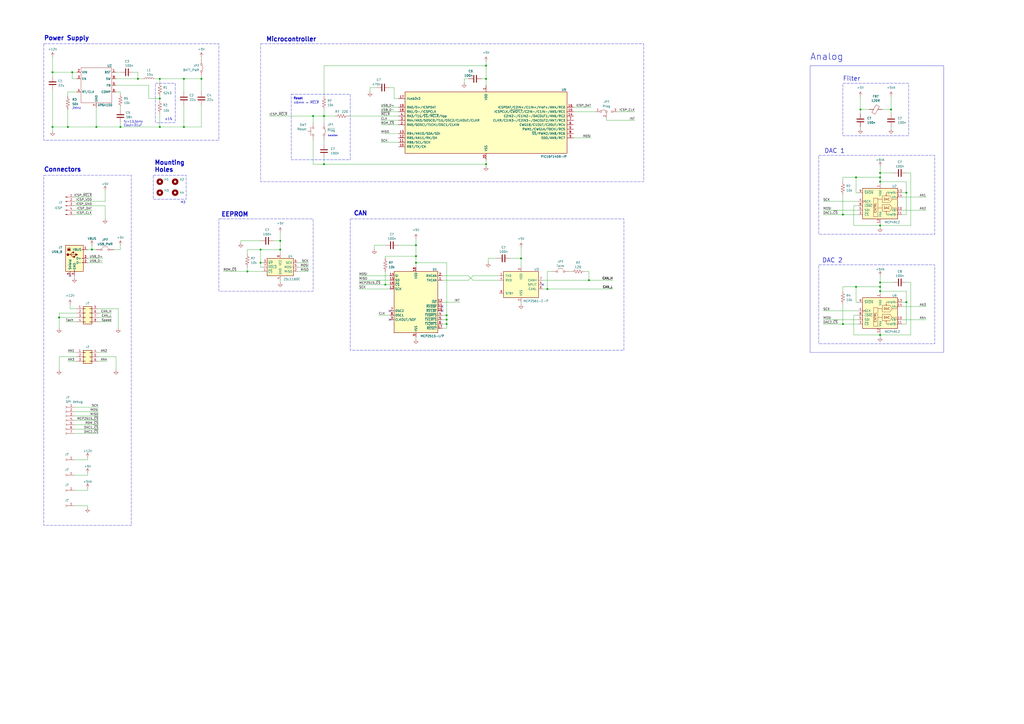
<source format=kicad_sch>
(kicad_sch (version 20250114) (generator "eeschema") (generator_version "9.0")
  (paper "A2")
  (rectangle (start 488.95 48.26) (end 527.05 78.74) (stroke (width 0) (type dash)))
  (rectangle (start 25.4 25.4) (end 127 81.28) (stroke (width 0) (type dash)))
  (rectangle (start 127 127) (end 181.61 168.91) (stroke (width 0) (type dash)))
  (rectangle (start 88.9 101.5999) (end 107.95 115.5699) (stroke (width 0) (type dash)))
  (rectangle (start 90.17 48.26) (end 101.6 71.12) (stroke (width 0) (type dash)))
  (rectangle (start 168.91 54.61) (end 203.2 92.71) (stroke (width 0) (type dash)))
  (rectangle (start 474.98 153.67) (end 542.29 199.39) (stroke (width 0) (type dash)))
  (rectangle (start 203.2 127) (end 361.95 203.2) (stroke (width 0) (type dash)))
  (rectangle (start 25.4 101.6) (end 76.2 304.8) (stroke (width 0) (type dash)))
  (rectangle (start 474.98 90.17) (end 542.29 135.89) (stroke (width 0) (type dash)))
  (rectangle (start 151.13 25.4) (end 373.38 105.41) (stroke (width 0) (type dash)))
  (rectangle (start 469.9 38.1) (end 547.37 204.47))
  (text "Connectors" (at 25.4 98.425 0) (effects (font (size 2.54 2.54) (thickness 0.508) (bold yes)) (justify left)))
  (text "Power Supply" (at 25.4 22.225 0) (effects (font (size 2.54 2.54) (thickness 0.508) (bold yes)) (justify left)))
  (text "CAN" (at 205.105 123.825 0) (effects (font (size 2.54 2.54) (thickness 0.508) (bold yes)) (justify left)))
  (text "2MHz\n" (at 44.45 62.865 0) (effects (font (size 1.27 1.27))))
  (text "±1%" (at 97.79 69.215 0) (effects (font (size 1.27 1.27))))
  (text "Reset" (at 170.18 57.15 0) (effects (font (size 1.27 1.27) (thickness 0.254) (bold yes)) (justify left)))
  (text "fc=13.5kHz\nCout=31uF" (at 71.755 71.755 0) (effects (font (size 1.27 1.27)) (justify left)))
  (text "Mounting\nHoles" (at 89.535 96.5199 0) (effects (font (size 2.54 2.54) (thickness 0.508) (bold yes)) (justify left)))
  (text "Filter\n" (at 494.03 45.72 0) (effects (font (size 2.54 2.54) (thickness 0.254) (bold yes))))
  (text "M3\n" (at 104.775 117.4749 0) (effects (font (size 1.27 1.27)) (justify left)))
  (text "EEPROM" (at 128.27 124.46 0) (effects (font (size 2.54 2.54) (thickness 0.508) (bold yes)) (justify left)))
  (text "≤6mm ↔ ~{MCLR}" (at 170.18 59.69 0) (effects (font (size 1.27 1.27)) (justify left)))
  (text "DAC 1" (at 478.155 87.63 0) (effects (font (size 2.54 2.54) (thickness 0.254) (bold yes)) (justify left)))
  (text "Microcontroller" (at 154.305 22.86 0) (effects (font (size 2.54 2.54) (thickness 0.508) (bold yes)) (justify left)))
  (text "Analog" (at 469.9 33.02 0) (effects (font (size 3.81 3.81) (thickness 0.254) (bold yes)) (justify left)))
  (text "Isolation" (at 193.04 78.74 0) (effects (font (size 0.889 0.889))))
  (text "DAC 2" (at 476.885 151.13 0) (effects (font (size 2.54 2.54) (thickness 0.254) (bold yes)) (justify left)))
  (junction (at 510.54 166.37))
  (junction (at 106.68 45.72))
  (junction (at 510.54 168.91))
  (junction (at 162.56 144.78))
  (junction (at 510.54 100.33))
  (junction (at 55.88 73.66))
  (junction (at 39.37 73.66))
  (junction (at 106.68 73.66))
  (junction (at 259.08 185.42))
  (junction (at 499.11 63.5))
  (junction (at 34.29 184.15))
  (junction (at 496.57 166.37))
  (junction (at 162.56 139.7))
  (junction (at 525.78 111.76))
  (junction (at 488.95 187.96))
  (junction (at 92.71 73.66))
  (junction (at 281.94 38.1))
  (junction (at 116.84 45.72))
  (junction (at 259.08 182.88))
  (junction (at 281.94 45.72))
  (junction (at 53.34 144.78))
  (junction (at 488.95 124.46))
  (junction (at 510.54 130.81))
  (junction (at 281.94 95.25))
  (junction (at 30.48 41.91))
  (junction (at 241.3 142.24))
  (junction (at 516.89 63.5))
  (junction (at 80.01 45.72))
  (junction (at 187.96 67.31))
  (junction (at 510.54 102.87))
  (junction (at 510.54 194.31))
  (junction (at 92.71 57.15))
  (junction (at 525.78 175.26))
  (junction (at 30.48 73.66))
  (junction (at 92.71 45.72))
  (junction (at 241.3 152.4))
  (junction (at 302.26 149.86))
  (junction (at 341.63 162.56))
  (junction (at 151.13 152.4))
  (junction (at 41.91 41.91))
  (junction (at 510.54 163.83))
  (junction (at 143.51 157.48))
  (junction (at 241.3 148.59))
  (junction (at 496.57 102.87))
  (junction (at 223.52 165.1))
  (junction (at 151.13 144.78))
  (junction (at 510.54 105.41))
  (junction (at 69.85 73.66))
  (junction (at 187.96 95.25))
  (junction (at 181.61 67.31))
  (junction (at 259.08 187.96))
  (junction (at 317.5 167.64))
  (no_connect (at 40.64 160.02))
  (no_connect (at 256.54 177.8))
  (no_connect (at 226.06 185.42))
  (no_connect (at 314.96 165.1))
  (no_connect (at 226.06 180.34))
  (no_connect (at 256.54 180.34))
  (wire (pts (xy 256.54 162.56) (xy 271.78 162.56)))
  (wire (pts (xy 187.96 95.25) (xy 187.96 91.44)))
  (wire (pts (xy 241.3 142.24) (xy 241.3 148.59)))
  (wire (pts (xy 50.8 293.37) (xy 50.8 294.64)))
  (wire (pts (xy 44.45 184.15) (xy 34.29 184.15)))
  (wire (pts (xy 57.15 181.61) (xy 64.77 181.61)))
  (wire (pts (xy 106.68 45.72) (xy 116.84 45.72)))
  (wire (pts (xy 495.3 182.88) (xy 497.84 182.88)))
  (wire (pts (xy 317.5 157.48) (xy 320.04 157.48)))
  (wire (pts (xy 44.45 207.01) (xy 34.29 207.01)))
  (wire (pts (xy 259.08 187.96) (xy 259.08 185.42)))
  (wire (pts (xy 495.3 119.38) (xy 497.84 119.38)))
  (wire (pts (xy 187.96 38.1) (xy 281.94 38.1)))
  (wire (pts (xy 256.54 187.96) (xy 259.08 187.96)))
  (wire (pts (xy 44.45 41.91) (xy 41.91 41.91)))
  (wire (pts (xy 332.74 80.01) (xy 342.9 80.01)))
  (wire (pts (xy 314.96 167.64) (xy 317.5 167.64)))
  (wire (pts (xy 53.34 142.24) (xy 53.34 144.78)))
  (wire (pts (xy 510.54 168.91) (xy 510.54 170.18)))
  (wire (pts (xy 241.3 195.58) (xy 241.3 196.85)))
  (wire (pts (xy 60.96 116.84) (xy 60.96 110.49)))
  (wire (pts (xy 67.31 53.34) (xy 69.85 53.34)))
  (wire (pts (xy 80.01 45.72) (xy 82.55 45.72)))
  (wire (pts (xy 50.8 149.86) (xy 59.69 149.86)))
  (wire (pts (xy 152.4 152.4) (xy 151.13 152.4)))
  (wire (pts (xy 288.29 149.86) (xy 283.21 149.86)))
  (wire (pts (xy 496.57 175.26) (xy 496.57 166.37)))
  (wire (pts (xy 488.95 187.96) (xy 497.84 187.96)))
  (wire (pts (xy 143.51 144.78) (xy 151.13 144.78)))
  (wire (pts (xy 92.71 73.66) (xy 106.68 73.66)))
  (wire (pts (xy 187.96 38.1) (xy 187.96 55.88)))
  (wire (pts (xy 351.79 69.85) (xy 368.3 69.85)))
  (wire (pts (xy 523.24 124.46) (xy 525.78 124.46)))
  (wire (pts (xy 44.45 53.34) (xy 39.37 53.34)))
  (wire (pts (xy 477.52 180.34) (xy 497.84 180.34)))
  (wire (pts (xy 510.54 193.04) (xy 510.54 194.31)))
  (wire (pts (xy 516.89 66.04) (xy 516.89 63.5)))
  (wire (pts (xy 259.08 185.42) (xy 259.08 182.88)))
  (wire (pts (xy 510.54 194.31) (xy 510.54 195.58)))
  (wire (pts (xy 525.78 168.91) (xy 510.54 168.91)))
  (wire (pts (xy 69.85 53.34) (xy 69.85 54.61)))
  (wire (pts (xy 66.04 144.78) (xy 69.85 144.78)))
  (wire (pts (xy 223.52 165.1) (xy 223.52 157.48)))
  (wire (pts (xy 57.15 207.01) (xy 67.31 207.01)))
  (wire (pts (xy 34.29 184.15) (xy 34.29 190.5)))
  (wire (pts (xy 44.45 181.61) (xy 34.29 181.61)))
  (wire (pts (xy 43.18 243.84) (xy 57.15 243.84)))
  (wire (pts (xy 220.98 82.55) (xy 231.14 82.55)))
  (wire (pts (xy 495.3 130.81) (xy 510.54 130.81)))
  (wire (pts (xy 523.24 177.8) (xy 537.21 177.8)))
  (wire (pts (xy 528.32 130.81) (xy 510.54 130.81)))
  (wire (pts (xy 208.28 165.1) (xy 223.52 165.1)))
  (wire (pts (xy 43.18 246.38) (xy 57.15 246.38)))
  (wire (pts (xy 497.84 111.76) (xy 496.57 111.76)))
  (wire (pts (xy 523.24 114.3) (xy 537.21 114.3)))
  (wire (pts (xy 30.48 41.91) (xy 30.48 44.45)))
  (wire (pts (xy 220.98 69.85) (xy 231.14 69.85)))
  (wire (pts (xy 208.28 160.02) (xy 226.06 160.02)))
  (wire (pts (xy 525.78 105.41) (xy 525.78 111.76)))
  (wire (pts (xy 496.57 102.87) (xy 510.54 102.87)))
  (wire (pts (xy 496.57 111.76) (xy 496.57 102.87)))
  (wire (pts (xy 525.78 168.91) (xy 525.78 175.26)))
  (wire (pts (xy 219.71 182.88) (xy 226.06 182.88)))
  (wire (pts (xy 477.52 185.42) (xy 497.84 185.42)))
  (wire (pts (xy 39.37 53.34) (xy 39.37 55.88)))
  (wire (pts (xy 499.11 63.5) (xy 504.19 63.5)))
  (wire (pts (xy 92.71 66.04) (xy 92.71 73.66)))
  (wire (pts (xy 57.15 179.07) (xy 68.58 179.07)))
  (wire (pts (xy 143.51 147.32) (xy 143.51 144.78)))
  (wire (pts (xy 332.74 62.23) (xy 342.9 62.23)))
  (wire (pts (xy 281.94 45.72) (xy 279.4 45.72)))
  (wire (pts (xy 281.94 49.53) (xy 281.94 45.72)))
  (wire (pts (xy 241.3 148.59) (xy 241.3 152.4)))
  (wire (pts (xy 156.21 67.31) (xy 181.61 67.31)))
  (wire (pts (xy 510.54 163.83) (xy 510.54 166.37)))
  (wire (pts (xy 68.58 179.07) (xy 68.58 190.5)))
  (wire (pts (xy 495.3 130.81) (xy 495.3 119.38)))
  (wire (pts (xy 523.24 185.42) (xy 537.21 185.42)))
  (wire (pts (xy 39.37 63.5) (xy 39.37 73.66)))
  (wire (pts (xy 50.8 284.48) (xy 50.8 283.21)))
  (wire (pts (xy 43.18 114.3) (xy 53.34 114.3)))
  (wire (pts (xy 217.17 142.24) (xy 217.17 144.78)))
  (wire (pts (xy 92.71 45.72) (xy 92.71 48.26)))
  (wire (pts (xy 57.15 209.55) (xy 62.23 209.55)))
  (wire (pts (xy 510.54 160.02) (xy 510.54 163.83)))
  (wire (pts (xy 528.32 163.83) (xy 528.32 194.31)))
  (wire (pts (xy 60.96 119.38) (xy 60.96 127)))
  (wire (pts (xy 231.14 57.15) (xy 228.6 57.15)))
  (wire (pts (xy 528.32 100.33) (xy 528.32 130.81)))
  (wire (pts (xy 151.13 154.94) (xy 151.13 152.4)))
  (wire (pts (xy 525.78 105.41) (xy 510.54 105.41)))
  (wire (pts (xy 151.13 144.78) (xy 162.56 144.78)))
  (wire (pts (xy 143.51 157.48) (xy 143.51 154.94)))
  (wire (pts (xy 67.31 207.01) (xy 67.31 214.63)))
  (wire (pts (xy 516.89 73.66) (xy 516.89 74.93)))
  (wire (pts (xy 162.56 139.7) (xy 162.56 144.78)))
  (wire (pts (xy 172.72 157.48) (xy 179.07 157.48)))
  (wire (pts (xy 106.68 73.66) (xy 116.84 73.66)))
  (wire (pts (xy 228.6 50.8) (xy 226.06 50.8)))
  (wire (pts (xy 50.8 275.59) (xy 50.8 274.32)))
  (wire (pts (xy 116.84 60.96) (xy 116.84 73.66)))
  (wire (pts (xy 55.88 62.23) (xy 55.88 73.66)))
  (wire (pts (xy 332.74 64.77) (xy 345.44 64.77)))
  (wire (pts (xy 295.91 149.86) (xy 302.26 149.86)))
  (wire (pts (xy 41.91 45.72) (xy 41.91 41.91)))
  (wire (pts (xy 223.52 149.86) (xy 223.52 148.59)))
  (wire (pts (xy 228.6 57.15) (xy 228.6 50.8)))
  (wire (pts (xy 214.63 50.8) (xy 214.63 53.34)))
  (wire (pts (xy 30.48 73.66) (xy 30.48 76.2)))
  (wire (pts (xy 488.95 102.87) (xy 496.57 102.87)))
  (wire (pts (xy 44.45 179.07) (xy 40.64 179.07)))
  (wire (pts (xy 283.21 149.86) (xy 283.21 152.4)))
  (wire (pts (xy 341.63 157.48) (xy 341.63 162.56)))
  (wire (pts (xy 39.37 204.47) (xy 44.45 204.47)))
  (wire (pts (xy 181.61 67.31) (xy 181.61 71.12)))
  (wire (pts (xy 92.71 57.15) (xy 86.36 57.15)))
  (wire (pts (xy 259.08 152.4) (xy 259.08 182.88)))
  (wire (pts (xy 38.1 186.69) (xy 44.45 186.69)))
  (wire (pts (xy 92.71 45.72) (xy 106.68 45.72)))
  (wire (pts (xy 43.18 251.46) (xy 57.15 251.46)))
  (wire (pts (xy 57.15 184.15) (xy 64.77 184.15)))
  (wire (pts (xy 187.96 81.28) (xy 187.96 83.82)))
  (wire (pts (xy 259.08 152.4) (xy 241.3 152.4)))
  (wire (pts (xy 86.36 49.53) (xy 67.31 49.53)))
  (wire (pts (xy 510.54 105.41) (xy 510.54 106.68)))
  (wire (pts (xy 57.15 186.69) (xy 64.77 186.69)))
  (wire (pts (xy 40.64 179.07) (xy 40.64 176.53)))
  (wire (pts (xy 220.98 77.47) (xy 231.14 77.47)))
  (wire (pts (xy 226.06 165.1) (xy 223.52 165.1)))
  (wire (pts (xy 30.48 33.02) (xy 30.48 41.91)))
  (wire (pts (xy 341.63 162.56) (xy 355.6 162.56)))
  (wire (pts (xy 181.61 67.31) (xy 187.96 67.31)))
  (wire (pts (xy 528.32 194.31) (xy 510.54 194.31)))
  (wire (pts (xy 223.52 148.59) (xy 241.3 148.59)))
  (wire (pts (xy 92.71 57.15) (xy 92.71 58.42)))
  (wire (pts (xy 525.78 175.26) (xy 525.78 187.96)))
  (wire (pts (xy 510.54 96.52) (xy 510.54 100.33)))
  (wire (pts (xy 50.8 144.78) (xy 53.34 144.78)))
  (wire (pts (xy 256.54 190.5) (xy 259.08 190.5)))
  (wire (pts (xy 330.2 157.48) (xy 331.47 157.48)))
  (wire (pts (xy 129.54 157.48) (xy 143.51 157.48)))
  (wire (pts (xy 495.3 194.31) (xy 510.54 194.31)))
  (wire (pts (xy 218.44 50.8) (xy 214.63 50.8)))
  (wire (pts (xy 281.94 95.25) (xy 281.94 96.52)))
  (wire (pts (xy 358.14 64.77) (xy 368.3 64.77)))
  (wire (pts (xy 499.11 55.88) (xy 499.11 63.5)))
  (wire (pts (xy 55.88 73.66) (xy 39.37 73.66)))
  (wire (pts (xy 510.54 100.33) (xy 518.16 100.33)))
  (wire (pts (xy 43.18 241.3) (xy 57.15 241.3)))
  (wire (pts (xy 516.89 55.88) (xy 516.89 63.5)))
  (wire (pts (xy 43.18 238.76) (xy 57.15 238.76)))
  (wire (pts (xy 510.54 166.37) (xy 510.54 168.91)))
  (wire (pts (xy 488.95 168.91) (xy 488.95 166.37)))
  (wire (pts (xy 201.93 67.31) (xy 231.14 67.31)))
  (wire (pts (xy 106.68 45.72) (xy 106.68 53.34)))
  (wire (pts (xy 523.24 175.26) (xy 525.78 175.26)))
  (wire (pts (xy 181.61 81.28) (xy 181.61 95.25)))
  (wire (pts (xy 92.71 73.66) (xy 69.85 73.66)))
  (wire (pts (xy 43.18 275.59) (xy 50.8 275.59)))
  (wire (pts (xy 488.95 166.37) (xy 496.57 166.37)))
  (wire (pts (xy 220.98 64.77) (xy 231.14 64.77)))
  (wire (pts (xy 488.95 124.46) (xy 497.84 124.46)))
  (wire (pts (xy 69.85 62.23) (xy 69.85 63.5)))
  (wire (pts (xy 172.72 154.94) (xy 179.07 154.94)))
  (wire (pts (xy 510.54 102.87) (xy 510.54 105.41)))
  (wire (pts (xy 57.15 204.47) (xy 62.23 204.47)))
  (wire (pts (xy 44.45 45.72) (xy 41.91 45.72)))
  (wire (pts (xy 496.57 166.37) (xy 510.54 166.37)))
  (wire (pts (xy 77.47 41.91) (xy 80.01 41.91)))
  (wire (pts (xy 274.32 160.02) (xy 271.78 162.56)))
  (wire (pts (xy 39.37 209.55) (xy 44.45 209.55)))
  (wire (pts (xy 90.17 45.72) (xy 92.71 45.72)))
  (wire (pts (xy 488.95 113.03) (xy 488.95 124.46)))
  (wire (pts (xy 269.24 45.72) (xy 271.78 45.72)))
  (wire (pts (xy 162.56 162.56) (xy 162.56 163.83)))
  (wire (pts (xy 34.29 207.01) (xy 34.29 214.63)))
  (wire (pts (xy 256.54 182.88) (xy 259.08 182.88)))
  (wire (pts (xy 162.56 144.78) (xy 162.56 147.32)))
  (wire (pts (xy 151.13 144.78) (xy 151.13 152.4)))
  (wire (pts (xy 510.54 130.81) (xy 510.54 132.08)))
  (wire (pts (xy 339.09 157.48) (xy 341.63 157.48)))
  (wire (pts (xy 92.71 55.88) (xy 92.71 57.15)))
  (wire (pts (xy 281.94 92.71) (xy 281.94 95.25)))
  (wire (pts (xy 116.84 45.72) (xy 116.84 53.34)))
  (wire (pts (xy 477.52 187.96) (xy 488.95 187.96)))
  (wire (pts (xy 67.31 45.72) (xy 80.01 45.72)))
  (wire (pts (xy 43.18 248.92) (xy 57.15 248.92)))
  (wire (pts (xy 495.3 194.31) (xy 495.3 182.88)))
  (wire (pts (xy 34.29 181.61) (xy 34.29 184.15)))
  (wire (pts (xy 317.5 167.64) (xy 317.5 157.48)))
  (wire (pts (xy 80.01 41.91) (xy 80.01 45.72)))
  (wire (pts (xy 208.28 167.64) (xy 226.06 167.64)))
  (wire (pts (xy 50.8 266.7) (xy 50.8 265.43)))
  (wire (pts (xy 43.18 284.48) (xy 50.8 284.48)))
  (wire (pts (xy 69.85 73.66) (xy 55.88 73.66)))
  (wire (pts (xy 158.75 139.7) (xy 162.56 139.7)))
  (wire (pts (xy 220.98 72.39) (xy 231.14 72.39)))
  (wire (pts (xy 67.31 41.91) (xy 69.85 41.91)))
  (wire (pts (xy 162.56 134.62) (xy 162.56 139.7)))
  (wire (pts (xy 187.96 95.25) (xy 281.94 95.25)))
  (wire (pts (xy 69.85 71.12) (xy 69.85 73.66)))
  (wire (pts (xy 525.78 100.33) (xy 528.32 100.33)))
  (wire (pts (xy 223.52 142.24) (xy 217.17 142.24)))
  (wire (pts (xy 241.3 138.43) (xy 241.3 142.24)))
  (wire (pts (xy 510.54 100.33) (xy 510.54 102.87)))
  (wire (pts (xy 43.18 116.84) (xy 60.96 116.84)))
  (wire (pts (xy 187.96 67.31) (xy 194.31 67.31)))
  (wire (pts (xy 523.24 111.76) (xy 525.78 111.76)))
  (wire (pts (xy 314.96 162.56) (xy 341.63 162.56)))
  (wire (pts (xy 50.8 152.4) (xy 59.69 152.4)))
  (wire (pts (xy 30.48 52.07) (xy 30.48 73.66)))
  (wire (pts (xy 43.18 119.38) (xy 60.96 119.38)))
  (wire (pts (xy 187.96 67.31) (xy 187.96 71.12)))
  (wire (pts (xy 499.11 73.66) (xy 499.11 74.93)))
  (wire (pts (xy 241.3 152.4) (xy 241.3 154.94)))
  (wire (pts (xy 181.61 95.25) (xy 187.96 95.25)))
  (wire (pts (xy 172.72 152.4) (xy 179.07 152.4)))
  (wire (pts (xy 106.68 60.96) (xy 106.68 73.66)))
  (wire (pts (xy 116.84 44.45) (xy 116.84 45.72)))
  (wire (pts (xy 41.91 41.91) (xy 30.48 41.91)))
  (wire (pts (xy 43.18 124.46) (xy 53.34 124.46)))
  (wire (pts (xy 43.18 160.02) (xy 43.18 161.29)))
  (wire (pts (xy 152.4 154.94) (xy 151.13 154.94)))
  (wire (pts (xy 43.18 293.37) (xy 50.8 293.37)))
  (wire (pts (xy 523.24 121.92) (xy 537.21 121.92)))
  (wire (pts (xy 231.14 142.24) (xy 241.3 142.24)))
  (wire (pts (xy 516.89 63.5) (xy 511.81 63.5)))
  (wire (pts (xy 256.54 160.02) (xy 271.78 160.02)))
  (wire (pts (xy 488.95 105.41) (xy 488.95 102.87)))
  (wire (pts (xy 488.95 176.53) (xy 488.95 187.96)))
  (wire (pts (xy 269.24 48.26) (xy 269.24 45.72)))
  (wire (pts (xy 499.11 63.5) (xy 499.11 66.04)))
  (wire (pts (xy 302.26 175.26) (xy 302.26 176.53)))
  (wire (pts (xy 523.24 187.96) (xy 525.78 187.96)))
  (wire (pts (xy 43.18 236.22) (xy 57.15 236.22)))
  (wire (pts (xy 477.52 124.46) (xy 488.95 124.46)))
  (wire (pts (xy 139.7 139.7) (xy 139.7 140.97)))
  (wire (pts (xy 86.36 57.15) (xy 86.36 49.53)))
  (wire (pts (xy 139.7 139.7) (xy 151.13 139.7)))
  (wire (pts (xy 497.84 175.26) (xy 496.57 175.26)))
  (wire (pts (xy 351.79 68.58) (xy 351.79 69.85)))
  (wire (pts (xy 281.94 38.1) (xy 281.94 45.72)))
  (wire (pts (xy 302.26 143.51) (xy 302.26 149.86)))
  (wire (pts (xy 152.4 157.48) (xy 143.51 157.48)))
  (wire (pts (xy 259.08 190.5) (xy 259.08 187.96)))
  (wire (pts (xy 39.37 73.66) (xy 30.48 73.66)))
  (wire (pts (xy 525.78 163.83) (xy 528.32 163.83)))
  (wire (pts (xy 510.54 163.83) (xy 518.16 163.83)))
  (wire (pts (xy 53.34 144.78) (xy 55.88 144.78)))
  (wire (pts (xy 116.84 33.02) (xy 116.84 34.29)))
  (wire (pts (xy 477.52 121.92) (xy 497.84 121.92)))
  (wire (pts (xy 281.94 35.56) (xy 281.94 38.1)))
  (wire (pts (xy 317.5 167.64) (xy 355.6 167.64)))
  (wire (pts (xy 256.54 175.26) (xy 266.7 175.26)))
  (wire (pts (xy 256.54 185.42) (xy 259.08 185.42)))
  (wire (pts (xy 510.54 129.54) (xy 510.54 130.81)))
  (wire (pts (xy 43.18 266.7) (xy 50.8 266.7)))
  (wire (pts (xy 220.98 62.23) (xy 231.14 62.23)))
  (wire (pts (xy 274.32 162.56) (xy 289.56 162.56)))
  (wire (pts (xy 477.52 116.84) (xy 497.84 116.84)))
  (wire (pts (xy 208.28 162.56) (xy 226.06 162.56)))
  (wire (pts (xy 274.32 160.02) (xy 289.56 160.02)))
  (wire (pts (xy 69.85 144.78) (xy 69.85 142.24)))
  (wire (pts (xy 271.78 160.02) (xy 274.32 162.56)))
  (wire (pts (xy 525.78 111.76) (xy 525.78 124.46)))
  (wire (pts (xy 187.96 63.5) (xy 187.96 67.31)))
  (wire (pts (xy 43.18 121.92) (xy 53.34 121.92)))
  (wire (pts (xy 302.26 149.86) (xy 302.26 154.94)))
  (label "DAC1_~{CS}" (at 477.52 124.46 0))
  (label "MISO" (at 57.15 241.3 180))
  (label "CAN_H" (at 355.6 162.56 180) (effects (font (thickness 0.254) (bold yes))))
  (label "SCK" (at 179.07 152.4 180) (effects (font (thickness 0.1588))))
  (label "Speed" (at 64.77 186.69 180) (effects (font (thickness 0.1588))))
  (label "CLK" (at 220.98 69.85 0))
  (label "MOSI" (at 342.9 80.01 180) (effects (font (thickness 0.1588))))
  (label "ICSP_DAT" (at 342.9 62.23 180))
  (label "CAN_L" (at 64.77 184.15 180))
  (label "ROM_~{CS}" (at 129.54 157.48 0) (effects (font (thickness 0.1588))))
  (label "MOSI" (at 208.28 160.02 0) (effects (font (thickness 0.1588))))
  (label "AN3" (at 39.37 209.55 0) (effects (font (thickness 0.1588))))
  (label "AN1" (at 537.21 114.3 180))
  (label "MCP2515_~{CS}" (at 57.15 243.84 180))
  (label "INT" (at 368.3 69.85 180))
  (label "CLK" (at 219.71 182.88 0))
  (label "MISO" (at 179.07 157.48 180) (effects (font (thickness 0.1588))))
  (label "INT" (at 266.7 175.26 180) (effects (font (thickness 0.1588))))
  (label "MOSI" (at 179.07 154.94 180) (effects (font (thickness 0.1588))))
  (label "ICSP_CLK" (at 53.34 124.46 180))
  (label "AN2" (at 62.23 204.47 180) (effects (font (thickness 0.1588))))
  (label "SCK" (at 220.98 82.55 0) (effects (font (thickness 0.1588))))
  (label "Tach" (at 38.1 186.69 0) (effects (font (thickness 0.1588))))
  (label "MCP2515_~{CS}" (at 208.28 165.1 0) (effects (font (thickness 0.1588))))
  (label "ICSP_CLK" (at 368.3 64.77 180))
  (label "USB_D+" (at 220.98 62.23 0))
  (label "SCK" (at 477.52 180.34 0) (effects (font (thickness 0.1588))))
  (label "ROM_~{CS}" (at 57.15 246.38 180))
  (label "AN1" (at 39.37 204.47 0) (effects (font (thickness 0.1588))))
  (label "USB_D-" (at 220.98 64.77 0))
  (label "SCK" (at 57.15 236.22 180))
  (label "AN4" (at 62.23 209.55 180) (effects (font (thickness 0.1588))))
  (label "MOSI" (at 477.52 121.92 0))
  (label "AN4" (at 537.21 185.42 180))
  (label "MISO" (at 208.28 162.56 0) (effects (font (thickness 0.1588))))
  (label "DAC1_~{CS}" (at 57.15 248.92 180))
  (label "MOSI" (at 57.15 238.76 180))
  (label "~{MCLR}" (at 220.98 67.31 0))
  (label "AN3" (at 537.21 177.8 180))
  (label "DAC2_~{CS}" (at 57.15 251.46 180))
  (label "USB_D-" (at 59.69 152.4 180))
  (label "ICSP_VDD" (at 53.34 116.84 180))
  (label "AN2" (at 537.21 121.92 180))
  (label "USB_D+" (at 59.69 149.86 180))
  (label "SCK" (at 208.28 167.64 0) (effects (font (thickness 0.1588))))
  (label "ICSP_GND" (at 53.34 119.38 180))
  (label "ROM_~{CS}" (at 220.98 72.39 0))
  (label "ICSP_DAT" (at 53.34 121.92 180))
  (label "ICSP_~{MCLR}" (at 53.34 114.3 180))
  (label "MISO" (at 220.98 77.47 0) (effects (font (thickness 0.1588))))
  (label "ICSP_~{MCLR}" (at 156.21 67.31 0))
  (label "MOSI" (at 477.52 185.42 0))
  (label "CAN_L" (at 355.6 167.64 180) (effects (font (thickness 0.254) (bold yes))))
  (label "SCK" (at 477.52 116.84 0) (effects (font (thickness 0.1588))))
  (label "DAC2_~{CS}" (at 477.52 187.96 0))
  (label "CAN_H" (at 64.77 181.61 180) (effects (font (thickness 0.1588))))
  (symbol (lib_id "power:GND") (at 241.3 196.85 0) (unit 1)
    (property "Reference" "#PWR028" (effects (hide yes)))
    (property "Value" "GND" (effects (hide yes)))
    (property "Description" "Power symbol creates a global label with name \"GND\" , ground" (effects (hide yes)))
  )
  (symbol (lib_id "Connector:USB_B") (at 43.18 149.86 0) (unit 1)
    (property "Reference" "J?" (at 36.195 143.51 0) (effects (justify right)))
    (property "Value" "USB_B" (at 36.195 146.05 0) (effects (justify right)))
    (property "Description" "USB Type B connector" (effects (hide yes)))
  )
  (symbol (lib_id "power:GND") (at 50.8 294.64 0) (unit 1)
    (property "Reference" "#PWR039" (effects (hide yes)))
    (property "Value" "GND" (effects (hide yes)))
    (property "Description" "Power symbol creates a global label with name \"GND\" , ground" (effects (hide yes)))
  )
  (symbol (lib_id "Jumper:Jumper_2_Bridged") (at 116.84 39.37 270) (mirror x) (unit 1)
    (property "Reference" "JP?" (at 115.57 38.0999 90) (effects (justify right)))
    (property "Value" "BATT_PWR" (at 115.57 40.6399 90) (effects (justify right)))
    (property "Description" "Jumper, 2-pole, closed/bridged" (effects (hide yes)))
  )
  (symbol (lib_id "power:+12V") (at 40.64 176.53 0) (unit 1)
    (property "Reference" "#PWR029" (effects (hide yes)))
    (property "Value" "+12V" (at 40.64 171.45 0))
    (property "Description" "Power symbol creates a global label with name \"+12V\"" (effects (hide yes)))
  )
  (symbol (lib_id "power:GND") (at 68.58 190.5 0) (unit 1)
    (property "Reference" "#PWR033" (effects (hide yes)))
    (property "Value" "GND" (effects (hide yes)))
    (property "Description" "Power symbol creates a global label with name \"GND\" , ground" (effects (hide yes)))
  )
  (symbol (lib_id "Device:C") (at 154.94 139.7 90) (unit 1)
    (property "Reference" "C?" (at 154.94 133.35 90))
    (property "Value" "100n" (at 154.94 135.89 90))
    (property "Description" "Unpolarized capacitor" (effects (hide yes)))
  )
  (symbol (lib_id "Jumper:Jumper_2_Bridged") (at 187.96 76.2 270) (mirror x) (unit 1)
    (property "Reference" "JP?" (at 189.865 72.39 90) (effects (justify left)))
    (property "Value" "~{Prog}" (at 189.865 75.565 90) (effects (justify left)))
    (property "Description" "Jumper, 2-pole, closed/bridged" (effects (hide yes)))
  )
  (symbol (lib_id "Device:C") (at 292.1 149.86 90) (unit 1)
    (property "Reference" "C?" (at 292.1 143.51 90))
    (property "Value" "100n" (at 292.1 146.05 90))
    (property "Description" "Unpolarized capacitor" (effects (hide yes)))
  )
  (symbol (lib_id "Device:C") (at 106.68 57.15 180) (unit 1)
    (property "Reference" "C2" (at 111.125 55.245 0))
    (property "Value" "22u" (at 111.76 57.785 0))
    (property "Description" "Unpolarized capacitor" (effects (hide yes)))
  )
  (symbol (lib_id "Device:C") (at 30.48 48.26 0) (unit 1)
    (property "Reference" "C1" (at 34.925 46.99 0))
    (property "Value" "22u" (at 35.56 49.53 0))
    (property "Description" "Unpolarized capacitor" (effects (hide yes)))
  )
  (symbol (lib_id "Memory_EEPROM:25LCxxx") (at 162.56 154.94 0) (unit 1)
    (property "Reference" "U4" (at 167.005 148.59 0) (effects (justify left)))
    (property "Value" "25LC160C" (at 164.465 161.925 0) (effects (justify left)))
    (property "Datasheet" "http://ww1.microchip.com/downloads/en/DeviceDoc/21832H.pdf" (effects (hide yes)))
    (property "Description" "SPI Serial EEPROM, DIP-8/SOIC-8/TSSOP-8" (effects (hide yes)))
  )
  (symbol (lib_id "Jumper:Jumper_3_Bridged12") (at 351.79 64.77 0) (unit 1) (in_bom no)
    (property "Reference" "JP?" (at 351.79 59.055 0))
    (property "Value" "Prog" (at 351.79 61.595 0))
    (property "Description" "Jumper, 3-pole, pins 1+2 closed/bridged" (effects (hide yes)))
  )
  (symbol (lib_id "power:GND") (at 510.54 132.08 0) (unit 1)
    (property "Reference" "#PWR017" (effects (hide yes)))
    (property "Value" "GND" (effects (hide yes)))
    (property "Description" "Power symbol creates a global label with name \"GND\" , ground" (effects (hide yes)))
  )
  (symbol (lib_id "power:GND") (at 510.54 195.58 0) (unit 1)
    (property "Reference" "#PWR019" (effects (hide yes)))
    (property "Value" "GND" (effects (hide yes)))
    (property "Description" "Power symbol creates a global label with name \"GND\" , ground" (effects (hide yes)))
  )
  (symbol (lib_id "power:GND") (at 281.94 96.52 0) (unit 1)
    (property "Reference" "#PWR01" (effects (hide yes)))
    (property "Value" "GND" (effects (hide yes)))
    (property "Description" "Power symbol creates a global label with name \"GND\" , ground" (effects (hide yes)))
  )
  (symbol (lib_id "Device:R_US") (at 223.52 153.67 0) (unit 1)
    (property "Reference" "R?" (at 225.425 152.4 0) (effects (justify left)))
    (property "Value" "10k" (at 225.425 154.94 0) (effects (justify left)))
    (property "Description" "Resistor, US symbol" (effects (hide yes)))
  )
  (symbol (lib_id "Device:R_US") (at 143.51 151.13 0) (unit 1)
    (property "Reference" "R?" (at 145.415 149.86 0) (effects (justify left)))
    (property "Value" "10k" (at 145.415 152.4 0) (effects (justify left)))
    (property "Description" "Resistor, US symbol" (effects (hide yes)))
  )
  (symbol (lib_id "Mechanical:MountingHole") (at 92.71 105.4099 0) (unit 1) (exclude_from_sim yes) (in_bom no)
    (property "Reference" "H1" (at 95.25 104.1398 0) (effects (justify left)))
    (property "Value" "MountingHole" (effects (hide yes)))
    (property "Footprint" "MountingHole:MountingHole_3.2mm_M3_DIN965" (effects (hide yes)))
    (property "Description" "Mounting Hole without connection" (effects (hide yes)))
  )
  (symbol (lib_id "power:GND") (at 67.31 214.63 0) (unit 1)
    (property "Reference" "#PWR035" (effects (hide yes)))
    (property "Value" "GND" (effects (hide yes)))
    (property "Description" "Power symbol creates a global label with name \"GND\" , ground" (effects (hide yes)))
  )
  (symbol (lib_id "Connector:Conn_01x07_Socket") (at 38.1 243.84 0) (mirror y) (unit 1)
    (property "Reference" "J?" (at 38.1 230.505 0) (effects (justify right)))
    (property "Value" "SPI debug" (at 38.1 233.045 0) (effects (justify right)))
    (property "Description" "Generic connector, single row, 01x07, script generated" (effects (hide yes)))
  )
  (symbol (lib_id "Jumper:Jumper_2_Open") (at 60.96 144.78 0) (unit 1)
    (property "Reference" "JP?" (at 60.96 139.065 0))
    (property "Value" "USB_PWR" (at 60.96 141.605 0))
    (property "Description" "Jumper, 2-pole, open" (effects (hide yes)))
  )
  (symbol (lib_id "Device:FerriteBead") (at 508 63.5 90) (unit 1)
    (property "Reference" "FB?" (at 507.9492 55.88 90))
    (property "Value" "120R" (at 507.9492 58.42 90))
    (property "Description" "Ferrite bead" (effects (hide yes)))
  )
  (symbol (lib_id "symbols:AP64100") (at 55.88 49.53 0) (unit 1)
    (property "Reference" "U2" (at 63.5 38.1 0))
    (property "Value" "AP64100" (at 60.96 60.96 0))
    (property "Footprint" "Package_SO:Diodes_SO-8EP" (effects (hide yes)))
    (property "Datasheet" "https://www.diodes.com/assets/Datasheets/AP64100.pdf" (effects (hide yes)))
    (property "Description" "3.8V to40V input, 1A low IQ synchronous buck with adjustable frequency" (effects (hide yes)))
  )
  (symbol (lib_id "Device:C") (at 227.33 142.24 90) (unit 1)
    (property "Reference" "C?" (at 227.33 135.89 90))
    (property "Value" "100n" (at 227.33 138.43 90))
    (property "Description" "Unpolarized capacitor" (effects (hide yes)))
  )
  (symbol (lib_id "Connector_Generic:Conn_02x04_Top_Bottom") (at 49.53 181.61 0) (unit 1)
    (property "Reference" "J?" (at 50.8 175.895 0))
    (property "Value" "Conn_02x04_Top_Bottom" (effects (hide yes)))
    (property "Footprint" "Connector_Molex:Molex_Mini-Fit_Jr_5569-08A2_2x04_P4.20mm_Horizontal" (effects (hide yes)))
    (property "Datasheet" "https://www.molex.com/en-us/products/part-detail/39300080?display=pdf" (effects (hide yes)))
    (property "Description" "Generic connector, double row, 02x04, top/bottom pin numbering scheme (row 1: 1...pins_per_row, row2: pins_per_row+1 ... num_pins), script generated (kicad-library-utils/schlib/autogen/connector/)" (effects (hide yes)))
  )
  (symbol (lib_id "Device:R_US") (at 69.85 58.42 180) (unit 1)
    (property "Reference" "R5" (at 73.025 57.15 0))
    (property "Value" "10k" (at 73.66 59.69 0))
    (property "Description" "Resistor, US symbol" (effects (hide yes)))
  )
  (symbol (lib_id "Device:R_US") (at 39.37 59.69 0) (unit 1)
    (property "Reference" "R3" (at 41.91 57.7849 0) (effects (justify left)))
    (property "Value" "50k" (at 41.91 60.3249 0) (effects (justify left)))
    (property "Description" "Resistor, US symbol" (effects (hide yes)))
  )
  (symbol (lib_id "Device:C") (at 187.96 87.63 0) (unit 1)
    (property "Reference" "C?" (at 191.77 86.3599 0) (effects (justify left)))
    (property "Value" "100n" (at 191.77 88.8999 0) (effects (justify left)))
    (property "Description" "Unpolarized capacitor" (effects (hide yes)))
  )
  (symbol (lib_id "Device:R_US") (at 92.71 62.23 180) (unit 1)
    (property "Reference" "R2" (at 95.885 60.96 0))
    (property "Value" "10k" (at 96.52 64.135 0))
    (property "Description" "Resistor, US symbol" (effects (hide yes)))
  )
  (symbol (lib_id "Interface_CAN_LIN:MCP2515-xSO") (at 241.3 175.26 0) (unit 1)
    (property "Reference" "U1" (at 250.825 156.21 0) (effects (justify left)))
    (property "Value" "MCP2515-I/P" (at 243.84 194.945 0) (effects (justify left)))
    (property "Footprint" "Package_SO:SOIC-18W_7.5x11.6mm_P1.27mm" (effects (hide yes)))
    (property "Datasheet" "http://ww1.microchip.com/downloads/en/DeviceDoc/21801e.pdf" (effects (hide yes)))
    (property "Description" "Stand-Alone CAN Controller with SPI Interface, SOIC-18" (effects (hide yes)))
  )
  (symbol (lib_id "power:+5V") (at 69.85 142.24 0) (unit 1)
    (property "Reference" "#PWR032" (effects (hide yes)))
    (property "Value" "+5V" (at 69.85 137.795 0))
    (property "Description" "Power symbol creates a global label with name \"+5V\"" (effects (hide yes)))
  )
  (symbol (lib_id "Device:C") (at 521.97 163.83 90) (unit 1)
    (property "Reference" "C8" (at 521.97 157.48 90))
    (property "Value" "100n" (at 521.97 160.02 90))
    (property "Description" "Unpolarized capacitor" (effects (hide yes)))
  )
  (symbol (lib_id "power:+5V") (at 116.84 33.02 0) (unit 1)
    (property "Reference" "#PWR06" (effects (hide yes)))
    (property "Value" "+5V" (at 116.84 28.575 0))
    (property "Description" "Power symbol creates a global label with name \"+5V\"" (effects (hide yes)))
  )
  (symbol (lib_id "power:GND") (at 499.11 74.93 0) (unit 1)
    (property "Reference" "#PWR012" (effects (hide yes)))
    (property "Value" "GND" (effects (hide yes)))
    (property "Description" "Power symbol creates a global label with name \"GND\" , ground" (effects (hide yes)))
  )
  (symbol (lib_id "Analog_DAC:MCP4912") (at 510.54 116.84 0) (unit 1)
    (property "Reference" "U?" (at 517.525 107.95 0) (effects (justify left)))
    (property "Value" "MCP4912" (at 513.08 128.905 0) (effects (justify left)))
    (property "Datasheet" "http://ww1.microchip.com/downloads/en/DeviceDoc/22250A.pdf" (effects (hide yes)))
    (property "Description" "2-Channel 10-Bit D/A Converters with SPI Interface" (effects (hide yes)))
  )
  (symbol (lib_id "Device:R_US") (at 198.12 67.31 90) (unit 1)
    (property "Reference" "R?" (at 195.58 64.77 90))
    (property "Value" "220" (at 200.025 64.77 90))
    (property "Description" "Resistor, US symbol" (effects (hide yes)))
  )
  (symbol (lib_id "Connector:Conn_01x01_Socket") (at 38.1 266.7 0) (mirror y) (unit 1)
    (property "Reference" "J?" (at 38.735 263.525 0))
    (property "Value" "Conn_01x01_Socket" (effects (hide yes)))
    (property "Description" "Generic connector, single row, 01x01, script generated" (effects (hide yes)))
  )
  (symbol (lib_id "power:GND") (at 34.29 190.5 0) (unit 1)
    (property "Reference" "#PWR030" (effects (hide yes)))
    (property "Value" "GND" (effects (hide yes)))
    (property "Description" "Power symbol creates a global label with name \"GND\" , ground" (effects (hide yes)))
  )
  (symbol (lib_id "Connector:Conn_01x01_Socket") (at 38.1 284.48 0) (mirror y) (unit 1)
    (property "Reference" "J?" (at 38.735 281.305 0))
    (property "Value" "Conn_01x01_Socket" (effects (hide yes)))
    (property "Description" "Generic connector, single row, 01x01, script generated" (effects (hide yes)))
  )
  (symbol (lib_id "power:GND") (at 43.18 161.29 0) (unit 1)
    (property "Reference" "#PWR08" (effects (hide yes)))
    (property "Value" "GND" (effects (hide yes)))
    (property "Description" "Power symbol creates a global label with name \"GND\" , ground" (effects (hide yes)))
  )
  (symbol (lib_id "Device:C") (at 73.66 41.91 270) (unit 1)
    (property "Reference" "C3" (at 73.66 35.56 90))
    (property "Value" "100n" (at 74.93 38.1 90))
    (property "Description" "Unpolarized capacitor" (effects (hide yes)))
  )
  (symbol (lib_id "power:+12V") (at 30.48 33.02 0) (unit 1)
    (property "Reference" "#PWR04" (effects (hide yes)))
    (property "Value" "+12V" (at 30.48 28.575 0))
    (property "Description" "Power symbol creates a global label with name \"+12V\"" (effects (hide yes)))
  )
  (symbol (lib_id "Connector_Generic:Conn_02x03_Top_Bottom") (at 49.53 207.01 0) (unit 1)
    (property "Reference" "J?" (at 50.8 201.295 0))
    (property "Value" "Analog" (effects (hide yes)))
    (property "Description" "Generic connector, double row, 02x03, top/bottom pin numbering scheme (row 1: 1...pins_per_row, row2: pins_per_row+1 ... num_pins), script generated (kicad-library-utils/schlib/autogen/connector/)" (effects (hide yes)))
  )
  (symbol (lib_id "Interface_CAN_LIN:MCP2561-E-P") (at 302.26 165.1 0) (unit 1)
    (property "Reference" "U3" (at 309.88 156.21 0) (effects (justify left)))
    (property "Value" "MCP2561-E-P" (at 303.53 174.625 0) (effects (justify left)))
    (property "Footprint" "Package_DIP:DIP-8_W7.62mm" (effects (hide yes)))
    (property "Datasheet" "http://ww1.microchip.com/downloads/en/DeviceDoc/25167A.pdf" (effects (hide yes)))
    (property "Description" "High-Speed CAN Transceiver, 1Mbps, 5V supply, SPLIT pin, -40C to +125C, DIP-8" (effects (hide yes)))
  )
  (symbol (lib_id "Connector:Conn_01x01_Socket") (at 38.1 293.37 0) (mirror y) (unit 1)
    (property "Reference" "J?" (at 38.735 290.195 0))
    (property "Value" "Conn_01x01_Socket" (effects (hide yes)))
    (property "Description" "Generic connector, single row, 01x01, script generated" (effects (hide yes)))
  )
  (symbol (lib_id "Mechanical:MountingHole") (at 101.6 111.7599 0) (unit 1) (exclude_from_sim yes) (in_bom no)
    (property "Reference" "H4" (at 104.14 111.7598 0) (effects (justify left)))
    (property "Value" "MountingHole" (effects (hide yes)))
    (property "Footprint" "MountingHole:MountingHole_3.2mm_M3_DIN965" (effects (hide yes)))
    (property "Description" "Mounting Hole without connection" (effects (hide yes)))
  )
  (symbol (lib_id "Device:C") (at 516.89 69.85 0) (unit 1)
    (property "Reference" "C?" (at 520.7 68.5799 0) (effects (justify left)))
    (property "Value" "100n" (at 520.7 71.1199 0) (effects (justify left)))
    (property "Description" "Unpolarized capacitor" (effects (hide yes)))
  )
  (symbol (lib_id "Device:R_US") (at 187.96 59.69 0) (unit 1)
    (property "Reference" "R?" (at 189.865 58.42 0) (effects (justify left)))
    (property "Value" "10k" (at 189.865 60.96 0) (effects (justify left)))
    (property "Description" "Resistor, US symbol" (effects (hide yes)))
  )
  (symbol (lib_id "power:+5VA") (at 510.54 160.02 0) (mirror y) (unit 1)
    (property "Reference" "#PWR018" (effects (hide yes)))
    (property "Value" "+5VA" (at 510.54 156.21 0))
    (property "Description" "Power symbol creates a global label with name \"+5VA\"" (effects (hide yes)))
  )
  (symbol (lib_id "power:GND") (at 162.56 163.83 0) (unit 1)
    (property "Reference" "#PWR011" (effects (hide yes)))
    (property "Value" "GND" (effects (hide yes)))
    (property "Description" "Power symbol creates a global label with name \"GND\" , ground" (effects (hide yes)))
  )
  (symbol (lib_id "power:GND") (at 269.24 48.26 0) (unit 1)
    (property "Reference" "#PWR03" (effects (hide yes)))
    (property "Value" "GND" (effects (hide yes)))
    (property "Description" "Power symbol creates a global label with name \"GND\" , ground" (effects (hide yes)))
  )
  (symbol (lib_id "power:GND") (at 283.21 152.4 0) (unit 1)
    (property "Reference" "#PWR024" (effects (hide yes)))
    (property "Value" "GND" (effects (hide yes)))
    (property "Description" "Power symbol creates a global label with name \"GND\" , ground" (effects (hide yes)))
  )
  (symbol (lib_id "Device:C") (at 275.59 45.72 270) (unit 1)
    (property "Reference" "C6" (at 273.05 41.275 90))
    (property "Value" "100n" (at 271.78 43.815 90))
    (property "Description" "Unpolarized capacitor" (effects (hide yes)))
  )
  (symbol (lib_id "power:+5V") (at 162.56 134.62 0) (unit 1)
    (property "Reference" "#PWR020" (effects (hide yes)))
    (property "Value" "+5V" (at 162.56 129.54 0))
    (property "Description" "Power symbol creates a global label with name \"+5V\"" (effects (hide yes)))
  )
  (symbol (lib_id "power:+5V") (at 241.3 138.43 0) (unit 1)
    (property "Reference" "#PWR027" (effects (hide yes)))
    (property "Value" "+5V" (at 241.3 133.35 0))
    (property "Description" "Power symbol creates a global label with name \"+5V\"" (effects (hide yes)))
  )
  (symbol (lib_id "Connector:Conn_01x05_Pin") (at 38.1 119.38 0) (unit 1)
    (property "Reference" "J?" (at 36.195 117.475 0) (effects (justify right)))
    (property "Value" "ICSP" (at 36.195 120.65 0) (effects (justify right)))
    (property "Description" "Generic connector, single row, 01x05, script generated" (effects (hide yes)))
  )
  (symbol (lib_id "power:GND") (at 60.96 127 0) (unit 1)
    (property "Reference" "#PWR09" (effects (hide yes)))
    (property "Value" "GND" (effects (hide yes)))
    (property "Description" "Power symbol creates a global label with name \"GND\" , ground" (effects (hide yes)))
  )
  (symbol (lib_id "Device:C") (at 69.85 67.31 180) (unit 1)
    (property "Reference" "C5" (at 74.295 65.405 0))
    (property "Value" "58n" (at 74.93 67.945 0))
    (property "Description" "Unpolarized capacitor" (effects (hide yes)))
  )
  (symbol (lib_id "power:GND") (at 139.7 140.97 0) (unit 1)
    (property "Reference" "#PWR021" (effects (hide yes)))
    (property "Value" "GND" (effects (hide yes)))
    (property "Description" "Power symbol creates a global label with name \"GND\" , ground" (effects (hide yes)))
  )
  (symbol (lib_id "Mechanical:MountingHole") (at 101.6 105.4099 0) (unit 1) (exclude_from_sim yes) (in_bom no)
    (property "Reference" "H2" (at 104.14 104.1398 0) (effects (justify left)))
    (property "Value" "MountingHole" (effects (hide yes)))
    (property "Footprint" "MountingHole:MountingHole_3.2mm_M3_DIN965" (effects (hide yes)))
    (property "Description" "Mounting Hole without connection" (effects (hide yes)))
  )
  (symbol (lib_id "power:+5V") (at 302.26 143.51 0) (unit 1)
    (property "Reference" "#PWR025" (effects (hide yes)))
    (property "Value" "+5V" (at 302.26 138.43 0))
    (property "Description" "Power symbol creates a global label with name \"+5V\"" (effects (hide yes)))
  )
  (symbol (lib_id "power:VBUS") (at 53.34 142.24 0) (unit 1)
    (property "Reference" "#PWR031" (effects (hide yes)))
    (property "Value" "VBUS" (at 53.34 138.43 0))
    (property "Description" "Power symbol creates a global label with name \"VBUS\"" (effects (hide yes)))
  )
  (symbol (lib_id "power:+5VA") (at 510.54 96.52 0) (mirror y) (unit 1)
    (property "Reference" "#PWR016" (effects (hide yes)))
    (property "Value" "+5VA" (at 510.54 92.71 0))
    (property "Description" "Power symbol creates a global label with name \"+5VA\"" (effects (hide yes)))
  )
  (symbol (lib_id "power:GND") (at 217.17 144.78 0) (unit 1)
    (property "Reference" "#PWR026" (effects (hide yes)))
    (property "Value" "GND" (effects (hide yes)))
    (property "Description" "Power symbol creates a global label with name \"GND\" , ground" (effects (hide yes)))
  )
  (symbol (lib_id "power:GND") (at 34.29 214.63 0) (unit 1)
    (property "Reference" "#PWR034" (effects (hide yes)))
    (property "Value" "GND" (effects (hide yes)))
    (property "Description" "Power symbol creates a global label with name \"GND\" , ground" (effects (hide yes)))
  )
  (symbol (lib_id "power:GND") (at 30.48 76.2 0) (unit 1)
    (property "Reference" "#PWR05" (effects (hide yes)))
    (property "Value" "GND" (effects (hide yes)))
    (property "Description" "Power symbol creates a global label with name \"GND\" , ground" (effects (hide yes)))
  )
  (symbol (lib_id "Jumper:Jumper_2_Open") (at 325.12 157.48 0) (unit 1)
    (property "Reference" "JP?" (at 325.12 151.765 0))
    (property "Value" "Term" (at 325.12 154.305 0))
    (property "Description" "Jumper, 2-pole, open" (effects (hide yes)))
  )
  (symbol (lib_id "Mechanical:MountingHole") (at 92.71 111.7599 0) (unit 1) (exclude_from_sim yes) (in_bom no)
    (property "Reference" "H3" (at 95.25 110.4898 0) (effects (justify left)))
    (property "Value" "MountingHole" (effects (hide yes)))
    (property "Footprint" "MountingHole:MountingHole_3.2mm_M3_DIN965" (effects (hide yes)))
    (property "Description" "Mounting Hole without connection" (effects (hide yes)))
  )
  (symbol (lib_id "power:+5V") (at 60.96 110.49 0) (unit 1)
    (property "Reference" "#PWR010" (effects (hide yes)))
    (property "Value" "+5V" (at 60.96 106.68 0))
    (property "Description" "Power symbol creates a global label with name \"+5V\"" (effects (hide yes)))
  )
  (symbol (lib_id "Device:C") (at 521.97 100.33 90) (unit 1)
    (property "Reference" "C?" (at 521.97 93.98 90))
    (property "Value" "100n" (at 521.97 96.52 90))
    (property "Description" "Unpolarized capacitor" (effects (hide yes)))
  )
  (symbol (lib_id "Device:C") (at 116.84 57.15 180) (unit 1)
    (property "Reference" "C4" (at 121.285 55.245 0))
    (property "Value" "22u" (at 121.92 57.785 0))
    (property "Description" "Unpolarized capacitor" (effects (hide yes)))
  )
  (symbol (lib_id "power:+5VA") (at 50.8 283.21 0) (unit 1)
    (property "Reference" "#PWR038" (effects (hide yes)))
    (property "Value" "+5VA" (at 50.8 279.4 0))
    (property "Description" "Power symbol creates a global label with name \"+5VA\"" (effects (hide yes)))
  )
  (symbol (lib_id "power:+5VA") (at 516.89 55.88 0) (unit 1)
    (property "Reference" "#PWR014" (effects (hide yes)))
    (property "Value" "+5VA" (at 516.89 50.8 0))
    (property "Description" "Power symbol creates a global label with name \"+5VA\"" (effects (hide yes)))
  )
  (symbol (lib_id "power:+12V") (at 50.8 265.43 0) (unit 1)
    (property "Reference" "#PWR036" (effects (hide yes)))
    (property "Value" "+12V" (at 50.8 261.62 0))
    (property "Description" "Power symbol creates a global label with name \"+12V\"" (effects (hide yes)))
  )
  (symbol (lib_id "Analog_DAC:MCP4912") (at 510.54 180.34 0) (unit 1)
    (property "Reference" "U6" (at 517.525 171.45 0) (effects (justify left)))
    (property "Value" "MCP4912" (at 513.08 192.405 0) (effects (justify left)))
    (property "Datasheet" "http://ww1.microchip.com/downloads/en/DeviceDoc/22250A.pdf" (effects (hide yes)))
    (property "Description" "2-Channel 10-Bit D/A Converters with SPI Interface" (effects (hide yes)))
  )
  (symbol (lib_id "Device:R_US") (at 488.95 109.22 0) (unit 1)
    (property "Reference" "R?" (at 490.855 107.95 0) (effects (justify left)))
    (property "Value" "10k" (at 490.855 110.49 0) (effects (justify left)))
    (property "Description" "Resistor, US symbol" (effects (hide yes)))
  )
  (symbol (lib_id "Device:R_US") (at 92.71 52.07 180) (unit 1)
    (property "Reference" "R1" (at 95.885 50.8 0))
    (property "Value" "52k3" (at 97.155 53.975 0))
    (property "Description" "Resistor, US symbol" (effects (hide yes)))
  )
  (symbol (lib_id "power:GND") (at 302.26 176.53 0) (unit 1)
    (property "Reference" "#PWR023" (effects (hide yes)))
    (property "Value" "GND" (effects (hide yes)))
    (property "Description" "Power symbol creates a global label with name \"GND\" , ground" (effects (hide yes)))
  )
  (symbol (lib_id "Device:C") (at 222.25 50.8 270) (unit 1)
    (property "Reference" "C7" (at 219.71 46.355 90))
    (property "Value" "470n" (at 218.44 48.895 90))
    (property "Description" "Unpolarized capacitor" (effects (hide yes)))
  )
  (symbol (lib_id "Device:C") (at 499.11 69.85 0) (unit 1)
    (property "Reference" "C?" (at 502.92 68.5799 0) (effects (justify left)))
    (property "Value" "100n" (at 502.92 71.1199 0) (effects (justify left)))
    (property "Description" "Unpolarized capacitor" (effects (hide yes)))
  )
  (symbol (lib_id "MCU_Microchip_PIC16:PIC16F1459-IP") (at 281.94 67.31 0) (unit 1)
    (property "Reference" "U5" (at 325.755 52.07 0) (effects (justify left)))
    (property "Value" "PIC16F1459-IP" (at 313.69 90.805 0) (effects (justify left)))
    (property "Datasheet" "http://ww1.microchip.com/downloads/en/DeviceDoc/41639A.pdf" (effects (hide yes)))
    (property "Description" "PIC16F1454, 8192W FLASH, 1024B SRAM, PDIP-20" (effects (hide yes)))
  )
  (symbol (lib_id "power:+5V") (at 499.11 55.88 0) (unit 1)
    (property "Reference" "#PWR013" (effects (hide yes)))
    (property "Value" "+5V" (at 499.11 50.8 0))
    (property "Description" "Power symbol creates a global label with name \"+5V\"" (effects (hide yes)))
  )
  (symbol (lib_id "power:GND") (at 516.89 74.93 0) (unit 1)
    (property "Reference" "#PWR015" (effects (hide yes)))
    (property "Value" "GND" (effects (hide yes)))
    (property "Description" "Power symbol creates a global label with name \"GND\" , ground" (effects (hide yes)))
  )
  (symbol (lib_id "power:+5V") (at 281.94 35.56 0) (unit 1)
    (property "Reference" "#PWR02" (effects (hide yes)))
    (property "Value" "+5V" (at 281.94 30.48 0))
    (property "Description" "Power symbol creates a global label with name \"+5V\"" (effects (hide yes)))
  )
  (symbol (lib_id "Device:R_US") (at 488.95 172.72 0) (unit 1)
    (property "Reference" "R4" (at 490.855 171.45 0) (effects (justify left)))
    (property "Value" "10k" (at 490.855 173.99 0) (effects (justify left)))
    (property "Description" "Resistor, US symbol" (effects (hide yes)))
  )
  (symbol (lib_id "power:GND") (at 214.63 53.34 0) (unit 1)
    (property "Reference" "#PWR07" (effects (hide yes)))
    (property "Value" "GND" (effects (hide yes)))
    (property "Description" "Power symbol creates a global label with name \"GND\" , ground" (effects (hide yes)))
  )
  (symbol (lib_id "Connector:Conn_01x01_Socket") (at 38.1 275.59 0) (mirror y) (unit 1)
    (property "Reference" "J?" (at 38.735 272.415 0))
    (property "Value" "Conn_01x01_Socket" (effects (hide yes)))
    (property "Description" "Generic connector, single row, 01x01, script generated" (effects (hide yes)))
  )
  (symbol (lib_id "power:+5V") (at 50.8 274.32 0) (unit 1)
    (property "Reference" "#PWR037" (effects (hide yes)))
    (property "Value" "+5V" (at 50.8 270.51 0))
    (property "Description" "Power symbol creates a global label with name \"+5V\"" (effects (hide yes)))
  )
  (symbol (lib_id "Device:R_US") (at 335.28 157.48 90) (unit 1)
    (property "Reference" "R?" (at 335.28 152.4 90))
    (property "Value" "120" (at 335.28 154.94 90))
    (property "Description" "Resistor, US symbol" (effects (hide yes)))
  )
  (symbol (lib_id "Device:L") (at 86.36 45.72 90) (unit 1)
    (property "Reference" "L1" (at 86.36 40.64 90))
    (property "Value" "15u" (at 86.995 43.18 90))
    (property "Description" "Inductor" (effects (hide yes)))
  )
  (symbol (lib_id "Switch:SW_Push") (at 181.61 76.2 90) (unit 1)
    (property "Reference" "SW?" (at 177.8 72.39 90) (effects (justify left)))
    (property "Value" "Reset" (at 177.8 74.93 90) (effects (justify left)))
    (property "Footprint" "Button_Switch_THT:SW_PUSH-12mm" (effects (hide yes)))
    (property "Description" "Push button switch, generic, two pins" (effects (hide yes)))
  )
)
</source>
